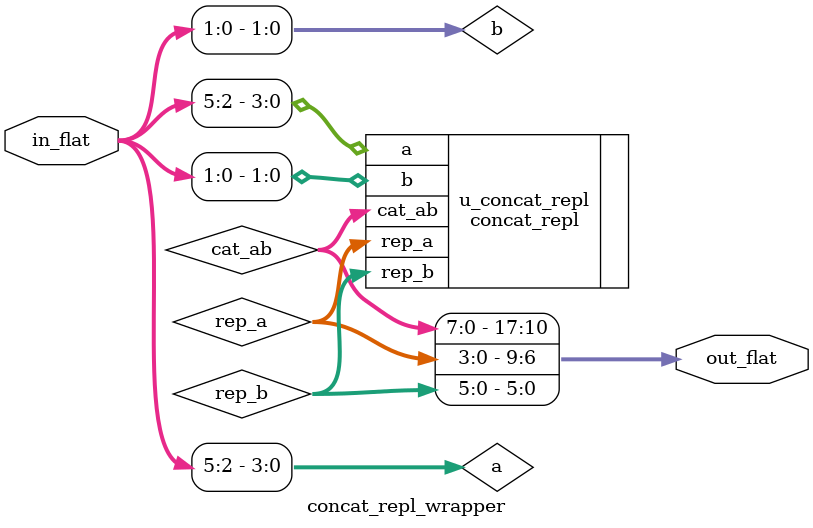
<source format=sv>
module concat_repl_wrapper (
    input  wire [5:0] in_flat,
    output wire [17:0] out_flat
);

  // Slice `in_flat` into original inputs
  wire [3:0] a = in_flat[5:2];
  wire [1:0] b = in_flat[1:0];

  // Wires to capture original module outputs
  wire [7:0] cat_ab;
  wire [3:0] rep_a;
  wire [5:0] rep_b;

  // Instantiate the original module
  concat_repl u_concat_repl (
    .a(a),
    .b(b),
    .cat_ab(cat_ab),
    .rep_a(rep_a),
    .rep_b(rep_b)
  );

  // Pack original outputs into `out_flat`
  assign out_flat[17:10] = cat_ab;
  assign out_flat[9:6] = rep_a;
  assign out_flat[5:0] = rep_b;

endmodule  // concat_repl_wrapper
</source>
